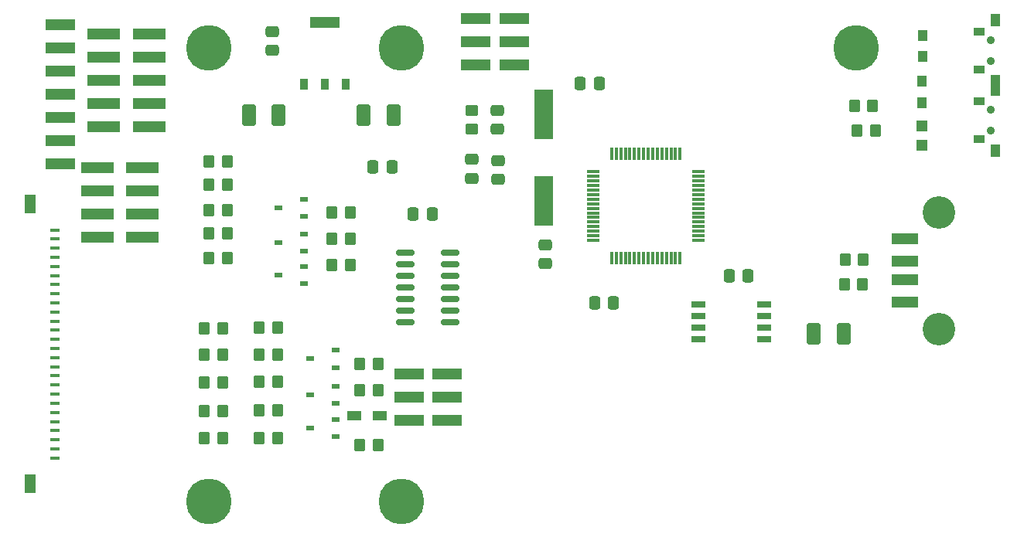
<source format=gbr>
%TF.GenerationSoftware,KiCad,Pcbnew,9.0.5*%
%TF.CreationDate,2025-10-23T11:37:32+01:00*%
%TF.ProjectId,Gotek,476f7465-6b2e-46b6-9963-61645f706362,rev?*%
%TF.SameCoordinates,Original*%
%TF.FileFunction,Soldermask,Top*%
%TF.FilePolarity,Negative*%
%FSLAX46Y46*%
G04 Gerber Fmt 4.6, Leading zero omitted, Abs format (unit mm)*
G04 Created by KiCad (PCBNEW 9.0.5) date 2025-10-23 11:37:32*
%MOMM*%
%LPD*%
G01*
G04 APERTURE LIST*
G04 Aperture macros list*
%AMRoundRect*
0 Rectangle with rounded corners*
0 $1 Rounding radius*
0 $2 $3 $4 $5 $6 $7 $8 $9 X,Y pos of 4 corners*
0 Add a 4 corners polygon primitive as box body*
4,1,4,$2,$3,$4,$5,$6,$7,$8,$9,$2,$3,0*
0 Add four circle primitives for the rounded corners*
1,1,$1+$1,$2,$3*
1,1,$1+$1,$4,$5*
1,1,$1+$1,$6,$7*
1,1,$1+$1,$8,$9*
0 Add four rect primitives between the rounded corners*
20,1,$1+$1,$2,$3,$4,$5,0*
20,1,$1+$1,$4,$5,$6,$7,0*
20,1,$1+$1,$6,$7,$8,$9,0*
20,1,$1+$1,$8,$9,$2,$3,0*%
G04 Aperture macros list end*
%ADD10C,5.000000*%
%ADD11RoundRect,0.250000X-0.350000X-0.450000X0.350000X-0.450000X0.350000X0.450000X-0.350000X0.450000X0*%
%ADD12RoundRect,0.250000X-0.475000X0.337500X-0.475000X-0.337500X0.475000X-0.337500X0.475000X0.337500X0*%
%ADD13R,3.180000X1.270000*%
%ADD14RoundRect,0.250001X0.499999X0.924999X-0.499999X0.924999X-0.499999X-0.924999X0.499999X-0.924999X0*%
%ADD15C,0.900000*%
%ADD16R,1.000000X1.450000*%
%ADD17R,1.300000X0.900000*%
%ADD18R,0.900000X0.600000*%
%ADD19R,1.200000X1.200000*%
%ADD20RoundRect,0.250000X-0.337500X-0.475000X0.337500X-0.475000X0.337500X0.475000X-0.337500X0.475000X0*%
%ADD21R,1.000000X0.400000*%
%ADD22R,1.300000X2.000000*%
%ADD23R,3.680000X1.270000*%
%ADD24R,1.650000X0.700000*%
%ADD25R,3.000000X1.300000*%
%ADD26C,3.570000*%
%ADD27R,1.500000X1.000000*%
%ADD28R,1.100000X1.250000*%
%ADD29R,1.475000X0.300000*%
%ADD30R,0.300000X1.475000*%
%ADD31RoundRect,0.250000X0.337500X0.475000X-0.337500X0.475000X-0.337500X-0.475000X0.337500X-0.475000X0*%
%ADD32RoundRect,0.250000X-0.450000X0.350000X-0.450000X-0.350000X0.450000X-0.350000X0.450000X0.350000X0*%
%ADD33R,2.000000X5.500000*%
%ADD34R,0.950000X1.300000*%
%ADD35R,3.250000X1.300000*%
%ADD36RoundRect,0.250000X0.350000X0.450000X-0.350000X0.450000X-0.350000X-0.450000X0.350000X-0.450000X0*%
%ADD37RoundRect,0.150000X-0.825000X-0.150000X0.825000X-0.150000X0.825000X0.150000X-0.825000X0.150000X0*%
G04 APERTURE END LIST*
D10*
%TO.C,H1*%
X118491000Y-60642500D03*
%TD*%
%TO.C,H2*%
X139573000Y-60642500D03*
%TD*%
%TO.C,H3*%
X118491000Y-110363000D03*
%TD*%
%TO.C,H4*%
X139573000Y-110363000D03*
%TD*%
%TO.C,H5*%
X189357000Y-60642500D03*
%TD*%
D11*
%TO.C,PU5*%
X118000000Y-91398700D03*
X120000000Y-91398700D03*
%TD*%
D12*
%TO.C,C4*%
X147307300Y-72877200D03*
X147307300Y-74952200D03*
%TD*%
D11*
%TO.C,R20*%
X189160300Y-67027400D03*
X191160300Y-67027400D03*
%TD*%
D13*
%TO.C,J7*%
X144595000Y-101517450D03*
X140405000Y-101517450D03*
X144595000Y-98977450D03*
X140405000Y-98977450D03*
X144595000Y-96437450D03*
X140405000Y-96437450D03*
%TD*%
D14*
%TO.C,C1*%
X187984800Y-92024200D03*
X184734800Y-92024200D03*
%TD*%
D15*
%TO.C,S4*%
X204108000Y-69730000D03*
X204108000Y-67430000D03*
D16*
X204608000Y-71955000D03*
X204608000Y-65205000D03*
D17*
X202808000Y-70680000D03*
X202808000Y-66480000D03*
%TD*%
D18*
%TO.C,Q5*%
X132400000Y-99616300D03*
X132400000Y-97716300D03*
X129600000Y-98666300D03*
%TD*%
D11*
%TO.C,RN4*%
X135000000Y-104171700D03*
X137000000Y-104171700D03*
%TD*%
D18*
%TO.C,Q6*%
X132400000Y-95685600D03*
X132400000Y-93785600D03*
X129600000Y-94735600D03*
%TD*%
D19*
%TO.C,L5*%
X196519800Y-71357200D03*
X196519800Y-69257200D03*
%TD*%
D20*
%TO.C,C20*%
X140878700Y-78882900D03*
X142953700Y-78882900D03*
%TD*%
D14*
%TO.C,C17*%
X138708800Y-68072000D03*
X135458800Y-68072000D03*
%TD*%
D11*
%TO.C,PU12*%
X118000000Y-103397000D03*
X120000000Y-103397000D03*
%TD*%
D20*
%TO.C,C6*%
X159165900Y-64573100D03*
X161240900Y-64573100D03*
%TD*%
D15*
%TO.C,S3*%
X204108000Y-62110000D03*
X204108000Y-59810000D03*
D16*
X204608000Y-64335000D03*
X204608000Y-57585000D03*
D17*
X202808000Y-63060000D03*
X202808000Y-58860000D03*
%TD*%
D11*
%TO.C,PU13*%
X124000000Y-103432000D03*
X126000000Y-103432000D03*
%TD*%
%TO.C,PU2*%
X118500000Y-78432000D03*
X120500000Y-78432000D03*
%TD*%
%TO.C,PU11*%
X118000000Y-100466500D03*
X120000000Y-100466500D03*
%TD*%
D18*
%TO.C,Q3*%
X128901700Y-86500400D03*
X128901700Y-84600400D03*
X126101700Y-85550400D03*
%TD*%
D21*
%TO.C,P1*%
X101660000Y-80610000D03*
X101660000Y-81610000D03*
X101660000Y-82610001D03*
X101660000Y-83609999D03*
X101660000Y-84609999D03*
X101660000Y-85610000D03*
X101660000Y-86610000D03*
X101660000Y-87609998D03*
X101660000Y-88609999D03*
X101660000Y-89609999D03*
X101660000Y-90610000D03*
X101660000Y-91610000D03*
X101660000Y-92609998D03*
X101660000Y-93609999D03*
X101660000Y-94610000D03*
X101660000Y-95610000D03*
X101660000Y-96610001D03*
X101660000Y-97609999D03*
X101660000Y-98609999D03*
X101660000Y-99610000D03*
X101660000Y-100610000D03*
X101660000Y-101610001D03*
X101660000Y-102609999D03*
X101660000Y-103609999D03*
X101660000Y-104610000D03*
X101660000Y-105610000D03*
D22*
X98960001Y-77810025D03*
X98960001Y-108409975D03*
%TD*%
D23*
%TO.C,J5*%
X106287800Y-73812400D03*
X111237800Y-73812400D03*
X106287800Y-76352400D03*
X111237800Y-76352400D03*
X106287800Y-78892400D03*
X111237800Y-78892400D03*
X106287800Y-81432400D03*
X111237800Y-81432400D03*
%TD*%
D11*
%TO.C,PU9*%
X118000000Y-97326400D03*
X120000000Y-97326400D03*
%TD*%
D18*
%TO.C,Q4*%
X132400000Y-103286600D03*
X132400000Y-101386600D03*
X129600000Y-102336600D03*
%TD*%
D11*
%TO.C,RN2*%
X132000000Y-81600700D03*
X134000000Y-81600700D03*
%TD*%
%TO.C,PU8*%
X124000000Y-97221700D03*
X126000000Y-97221700D03*
%TD*%
D20*
%TO.C,C18*%
X136468600Y-73745700D03*
X138543600Y-73745700D03*
%TD*%
D12*
%TO.C,C5*%
X150152100Y-73022500D03*
X150152100Y-75097500D03*
%TD*%
D24*
%TO.C,U8*%
X172063200Y-88788900D03*
X172063200Y-90058900D03*
X172063200Y-91328900D03*
X172063200Y-92598900D03*
X179263200Y-92598900D03*
X179263200Y-91328900D03*
X179263200Y-90058900D03*
X179263200Y-88788900D03*
%TD*%
D13*
%TO.C,J8*%
X151920075Y-62525275D03*
X147730075Y-62525275D03*
X151920075Y-59985275D03*
X147730075Y-59985275D03*
X151920075Y-57445275D03*
X147730075Y-57445275D03*
%TD*%
D11*
%TO.C,RN1*%
X132000000Y-78705100D03*
X134000000Y-78705100D03*
%TD*%
D25*
%TO.C,P3*%
X194724800Y-88563800D03*
X194724800Y-86063800D03*
X194724800Y-84063800D03*
X194724800Y-81563800D03*
D26*
X198424800Y-91463800D03*
X198424800Y-78663800D03*
%TD*%
D18*
%TO.C,Q2*%
X128901700Y-82938000D03*
X128901700Y-81038000D03*
X126101700Y-81988000D03*
%TD*%
D27*
%TO.C,DID1*%
X137200000Y-100933200D03*
X134400000Y-100933200D03*
%TD*%
D11*
%TO.C,RN3*%
X132000000Y-84461300D03*
X134000000Y-84461300D03*
%TD*%
%TO.C,RN5*%
X135000000Y-98142400D03*
X137000000Y-98142400D03*
%TD*%
D28*
%TO.C,L3*%
X196545200Y-66649600D03*
X196545200Y-64299600D03*
%TD*%
D12*
%TO.C,C3*%
X150041000Y-67494900D03*
X150041000Y-69569900D03*
%TD*%
D29*
%TO.C,U3*%
X160606600Y-74250200D03*
X160606600Y-74750200D03*
X160606600Y-75250200D03*
X160606600Y-75750200D03*
X160606600Y-76250200D03*
X160606600Y-76750200D03*
X160606600Y-77250200D03*
X160606600Y-77750200D03*
X160606600Y-78250200D03*
X160606600Y-78750200D03*
X160606600Y-79250200D03*
X160606600Y-79750200D03*
X160606600Y-80250200D03*
X160606600Y-80750200D03*
X160606600Y-81250200D03*
X160606600Y-81750200D03*
D30*
X162594600Y-83738200D03*
X163094600Y-83738200D03*
X163594600Y-83738200D03*
X164094600Y-83738200D03*
X164594600Y-83738200D03*
X165094600Y-83738200D03*
X165594600Y-83738200D03*
X166094600Y-83738200D03*
X166594600Y-83738200D03*
X167094600Y-83738200D03*
X167594600Y-83738200D03*
X168094600Y-83738200D03*
X168594600Y-83738200D03*
X169094600Y-83738200D03*
X169594600Y-83738200D03*
X170094600Y-83738200D03*
D29*
X172082600Y-81750200D03*
X172082600Y-81250200D03*
X172082600Y-80750200D03*
X172082600Y-80250200D03*
X172082600Y-79750200D03*
X172082600Y-79250200D03*
X172082600Y-78750200D03*
X172082600Y-78250200D03*
X172082600Y-77750200D03*
X172082600Y-77250200D03*
X172082600Y-76750200D03*
X172082600Y-76250200D03*
X172082600Y-75750200D03*
X172082600Y-75250200D03*
X172082600Y-74750200D03*
X172082600Y-74250200D03*
D30*
X170094600Y-72262200D03*
X169594600Y-72262200D03*
X169094600Y-72262200D03*
X168594600Y-72262200D03*
X168094600Y-72262200D03*
X167594600Y-72262200D03*
X167094600Y-72262200D03*
X166594600Y-72262200D03*
X166094600Y-72262200D03*
X165594600Y-72262200D03*
X165094600Y-72262200D03*
X164594600Y-72262200D03*
X164094600Y-72262200D03*
X163594600Y-72262200D03*
X163094600Y-72262200D03*
X162594600Y-72262200D03*
%TD*%
D11*
%TO.C,PU1*%
X118500000Y-75638000D03*
X120500000Y-75638000D03*
%TD*%
D12*
%TO.C,C23*%
X125409300Y-58862000D03*
X125409300Y-60937000D03*
%TD*%
D11*
%TO.C,PU6*%
X124000000Y-94322900D03*
X126000000Y-94322900D03*
%TD*%
%TO.C,RN6*%
X135000000Y-95294400D03*
X137000000Y-95294400D03*
%TD*%
%TO.C,R2*%
X188061700Y-86620300D03*
X190061700Y-86620300D03*
%TD*%
D31*
%TO.C,C8*%
X162797400Y-88576100D03*
X160722400Y-88576100D03*
%TD*%
D32*
%TO.C,R10*%
X147250200Y-67532400D03*
X147250200Y-69532400D03*
%TD*%
D33*
%TO.C,Y1*%
X155194000Y-77470200D03*
X155194000Y-67970200D03*
%TD*%
D13*
%TO.C,J1*%
X102250000Y-73406000D03*
X102250000Y-70866000D03*
X102250000Y-68326000D03*
X102250000Y-65786000D03*
X102250000Y-63246000D03*
X102250000Y-60706000D03*
X102250000Y-58166000D03*
%TD*%
D23*
%TO.C,J4*%
X107025000Y-59105800D03*
X111975000Y-59105800D03*
X107025000Y-61645800D03*
X111975000Y-61645800D03*
X107025000Y-64185800D03*
X111975000Y-64185800D03*
X107025000Y-66725800D03*
X111975000Y-66725800D03*
X107025000Y-69265800D03*
X111975000Y-69265800D03*
%TD*%
D34*
%TO.C,U4*%
X128939900Y-64617600D03*
X131229900Y-64617600D03*
X133519900Y-64617600D03*
D35*
X131229900Y-57917600D03*
%TD*%
D11*
%TO.C,PU10*%
X124000000Y-100396700D03*
X126000000Y-100396700D03*
%TD*%
D36*
%TO.C,R13*%
X120500000Y-73091700D03*
X118500000Y-73091700D03*
%TD*%
D18*
%TO.C,Q1*%
X128920700Y-79137500D03*
X128920700Y-77237500D03*
X126120700Y-78187500D03*
%TD*%
D28*
%TO.C,L4*%
X196621400Y-59277000D03*
X196621400Y-61627000D03*
%TD*%
D11*
%TO.C,PU14*%
X118500000Y-83734300D03*
X120500000Y-83734300D03*
%TD*%
D37*
%TO.C,U1*%
X139984100Y-83127800D03*
X139984100Y-84397800D03*
X139984100Y-85667800D03*
X139984100Y-86937800D03*
X139984100Y-88207800D03*
X139984100Y-89477800D03*
X139984100Y-90747800D03*
X144934100Y-90747800D03*
X144934100Y-89477800D03*
X144934100Y-88207800D03*
X144934100Y-86937800D03*
X144934100Y-85667800D03*
X144934100Y-84397800D03*
X144934100Y-83127800D03*
%TD*%
D11*
%TO.C,R1*%
X188169600Y-83883500D03*
X190169600Y-83883500D03*
%TD*%
%TO.C,R21*%
X189477800Y-69757900D03*
X191477800Y-69757900D03*
%TD*%
D12*
%TO.C,C9*%
X155321000Y-82253000D03*
X155321000Y-84328000D03*
%TD*%
D11*
%TO.C,PU4*%
X124000000Y-91287600D03*
X126000000Y-91287600D03*
%TD*%
D14*
%TO.C,C19*%
X126136400Y-68072000D03*
X122886400Y-68072000D03*
%TD*%
D11*
%TO.C,PU3*%
X118500000Y-80978400D03*
X120500000Y-80978400D03*
%TD*%
%TO.C,PU7*%
X118000000Y-94246700D03*
X120000000Y-94246700D03*
%TD*%
D20*
%TO.C,C16*%
X175463900Y-85613900D03*
X177538900Y-85613900D03*
%TD*%
M02*

</source>
